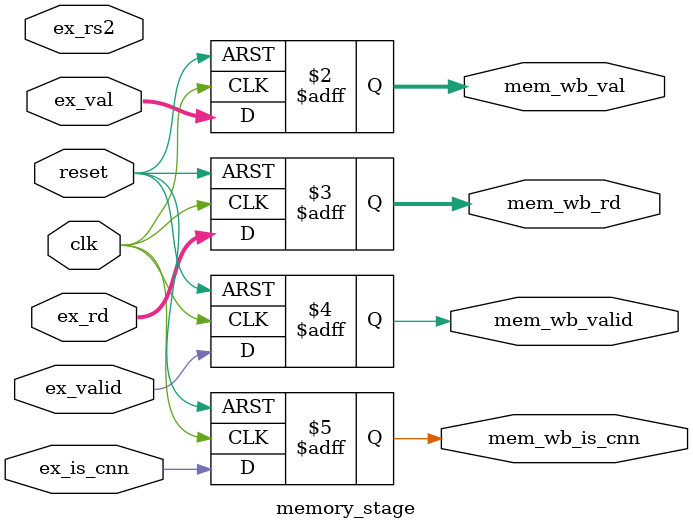
<source format=v>

module memory_stage (
    input wire clk, 
    // From EX/MEM
    input wire reset, 
    input wire [31:0] ex_val, 
    input wire [31:0] ex_rs2, 
    input wire [4:0] ex_rd, 
    input wire ex_valid, 
    // To MEM/WB
    input wire ex_is_cnn, 
    output reg [31:0] mem_wb_val, 
    output reg [4:0] mem_wb_rd, 
    output reg mem_wb_valid, 
    output reg mem_wb_is_cnn) ;
    always
        @(posedge clk or 
            posedge reset)
        begin
            if (reset) 
                begin
                    mem_wb_val <=  32'd0 ;
                    mem_wb_rd <=  5'd0 ;
                    mem_wb_valid <=  1'b0 ;
                    mem_wb_is_cnn <=  1'b0 ;
                end
            else
                begin
                    mem_wb_rd <=  ex_rd ;
                    mem_wb_valid <=  ex_valid ;
                    mem_wb_is_cnn <=  ex_is_cnn ;
                    mem_wb_val <=  ex_val ;
                end
        end
endmodule




</source>
